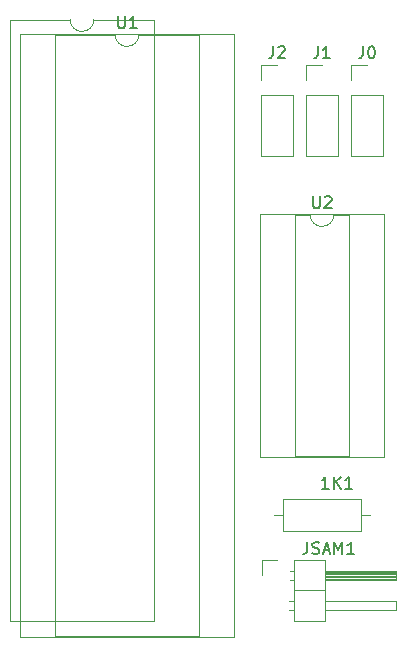
<source format=gbr>
%TF.GenerationSoftware,KiCad,Pcbnew,(5.1.9)-1*%
%TF.CreationDate,2022-09-27T04:16:08-04:00*%
%TF.ProjectId,Cocoloca,436f636f-6c6f-4636-912e-6b696361645f,rev?*%
%TF.SameCoordinates,Original*%
%TF.FileFunction,Legend,Top*%
%TF.FilePolarity,Positive*%
%FSLAX46Y46*%
G04 Gerber Fmt 4.6, Leading zero omitted, Abs format (unit mm)*
G04 Created by KiCad (PCBNEW (5.1.9)-1) date 2022-09-27 04:16:08*
%MOMM*%
%LPD*%
G01*
G04 APERTURE LIST*
%ADD10C,0.120000*%
%ADD11C,0.150000*%
G04 APERTURE END LIST*
D10*
%TO.C,U2*%
X152570000Y-95130000D02*
X142070000Y-95130000D01*
X152570000Y-115690000D02*
X152570000Y-95130000D01*
X142070000Y-115690000D02*
X152570000Y-115690000D01*
X142070000Y-95130000D02*
X142070000Y-115690000D01*
X149570000Y-95190000D02*
X148320000Y-95190000D01*
X149570000Y-115630000D02*
X149570000Y-95190000D01*
X145070000Y-115630000D02*
X149570000Y-115630000D01*
X145070000Y-95190000D02*
X145070000Y-115630000D01*
X146320000Y-95190000D02*
X145070000Y-95190000D01*
X148320000Y-95190000D02*
G75*
G02*
X146320000Y-95190000I-1000000J0D01*
G01*
%TO.C,COCOVDG1*%
X133060000Y-78680000D02*
X128000000Y-78680000D01*
X133060000Y-129600000D02*
X133060000Y-78680000D01*
X120940000Y-129600000D02*
X133060000Y-129600000D01*
X120940000Y-78680000D02*
X120940000Y-129600000D01*
X126000000Y-78680000D02*
X120940000Y-78680000D01*
X128000000Y-78680000D02*
G75*
G02*
X126000000Y-78680000I-1000000J0D01*
G01*
%TO.C,U1*%
X139870000Y-79890000D02*
X121750000Y-79890000D01*
X139870000Y-130930000D02*
X139870000Y-79890000D01*
X121750000Y-130930000D02*
X139870000Y-130930000D01*
X121750000Y-79890000D02*
X121750000Y-130930000D01*
X136870000Y-79950000D02*
X131810000Y-79950000D01*
X136870000Y-130870000D02*
X136870000Y-79950000D01*
X124750000Y-130870000D02*
X136870000Y-130870000D01*
X124750000Y-79950000D02*
X124750000Y-130870000D01*
X129810000Y-79950000D02*
X124750000Y-79950000D01*
X131810000Y-79950000D02*
G75*
G02*
X129810000Y-79950000I-1000000J0D01*
G01*
%TO.C,1K1*%
X151360000Y-120650000D02*
X150590000Y-120650000D01*
X143280000Y-120650000D02*
X144050000Y-120650000D01*
X150590000Y-119280000D02*
X144050000Y-119280000D01*
X150590000Y-122020000D02*
X150590000Y-119280000D01*
X144050000Y-122020000D02*
X150590000Y-122020000D01*
X144050000Y-119280000D02*
X144050000Y-122020000D01*
%TO.C,JSAM1*%
X142240000Y-124460000D02*
X143510000Y-124460000D01*
X142240000Y-125730000D02*
X142240000Y-124460000D01*
X144552929Y-128650000D02*
X144950000Y-128650000D01*
X144552929Y-127890000D02*
X144950000Y-127890000D01*
X153610000Y-128650000D02*
X147610000Y-128650000D01*
X153610000Y-127890000D02*
X153610000Y-128650000D01*
X147610000Y-127890000D02*
X153610000Y-127890000D01*
X144950000Y-127000000D02*
X147610000Y-127000000D01*
X144620000Y-126110000D02*
X144950000Y-126110000D01*
X144620000Y-125350000D02*
X144950000Y-125350000D01*
X147610000Y-126010000D02*
X153610000Y-126010000D01*
X147610000Y-125890000D02*
X153610000Y-125890000D01*
X147610000Y-125770000D02*
X153610000Y-125770000D01*
X147610000Y-125650000D02*
X153610000Y-125650000D01*
X147610000Y-125530000D02*
X153610000Y-125530000D01*
X147610000Y-125410000D02*
X153610000Y-125410000D01*
X153610000Y-126110000D02*
X147610000Y-126110000D01*
X153610000Y-125350000D02*
X153610000Y-126110000D01*
X147610000Y-125350000D02*
X153610000Y-125350000D01*
X147610000Y-124400000D02*
X144950000Y-124400000D01*
X147610000Y-129600000D02*
X147610000Y-124400000D01*
X144950000Y-129600000D02*
X147610000Y-129600000D01*
X144950000Y-124400000D02*
X144950000Y-129600000D01*
%TO.C,J2*%
X142180000Y-82490000D02*
X143510000Y-82490000D01*
X142180000Y-83820000D02*
X142180000Y-82490000D01*
X142180000Y-85090000D02*
X144840000Y-85090000D01*
X144840000Y-85090000D02*
X144840000Y-90230000D01*
X142180000Y-85090000D02*
X142180000Y-90230000D01*
X142180000Y-90230000D02*
X144840000Y-90230000D01*
%TO.C,J1*%
X145990000Y-82490000D02*
X147320000Y-82490000D01*
X145990000Y-83820000D02*
X145990000Y-82490000D01*
X145990000Y-85090000D02*
X148650000Y-85090000D01*
X148650000Y-85090000D02*
X148650000Y-90230000D01*
X145990000Y-85090000D02*
X145990000Y-90230000D01*
X145990000Y-90230000D02*
X148650000Y-90230000D01*
%TO.C,J0*%
X149800000Y-82490000D02*
X151130000Y-82490000D01*
X149800000Y-83820000D02*
X149800000Y-82490000D01*
X149800000Y-85090000D02*
X152460000Y-85090000D01*
X152460000Y-85090000D02*
X152460000Y-90230000D01*
X149800000Y-85090000D02*
X149800000Y-90230000D01*
X149800000Y-90230000D02*
X152460000Y-90230000D01*
%TO.C,U2*%
D11*
X146558095Y-93642380D02*
X146558095Y-94451904D01*
X146605714Y-94547142D01*
X146653333Y-94594761D01*
X146748571Y-94642380D01*
X146939047Y-94642380D01*
X147034285Y-94594761D01*
X147081904Y-94547142D01*
X147129523Y-94451904D01*
X147129523Y-93642380D01*
X147558095Y-93737619D02*
X147605714Y-93690000D01*
X147700952Y-93642380D01*
X147939047Y-93642380D01*
X148034285Y-93690000D01*
X148081904Y-93737619D01*
X148129523Y-93832857D01*
X148129523Y-93928095D01*
X148081904Y-94070952D01*
X147510476Y-94642380D01*
X148129523Y-94642380D01*
%TO.C,U1*%
X130048095Y-78402380D02*
X130048095Y-79211904D01*
X130095714Y-79307142D01*
X130143333Y-79354761D01*
X130238571Y-79402380D01*
X130429047Y-79402380D01*
X130524285Y-79354761D01*
X130571904Y-79307142D01*
X130619523Y-79211904D01*
X130619523Y-78402380D01*
X131619523Y-79402380D02*
X131048095Y-79402380D01*
X131333809Y-79402380D02*
X131333809Y-78402380D01*
X131238571Y-78545238D01*
X131143333Y-78640476D01*
X131048095Y-78688095D01*
%TO.C,1K1*%
X147899523Y-118382380D02*
X147328095Y-118382380D01*
X147613809Y-118382380D02*
X147613809Y-117382380D01*
X147518571Y-117525238D01*
X147423333Y-117620476D01*
X147328095Y-117668095D01*
X148328095Y-118382380D02*
X148328095Y-117382380D01*
X148899523Y-118382380D02*
X148470952Y-117810952D01*
X148899523Y-117382380D02*
X148328095Y-117953809D01*
X149851904Y-118382380D02*
X149280476Y-118382380D01*
X149566190Y-118382380D02*
X149566190Y-117382380D01*
X149470952Y-117525238D01*
X149375714Y-117620476D01*
X149280476Y-117668095D01*
%TO.C,JSAM1*%
X146085476Y-122912380D02*
X146085476Y-123626666D01*
X146037857Y-123769523D01*
X145942619Y-123864761D01*
X145799761Y-123912380D01*
X145704523Y-123912380D01*
X146514047Y-123864761D02*
X146656904Y-123912380D01*
X146895000Y-123912380D01*
X146990238Y-123864761D01*
X147037857Y-123817142D01*
X147085476Y-123721904D01*
X147085476Y-123626666D01*
X147037857Y-123531428D01*
X146990238Y-123483809D01*
X146895000Y-123436190D01*
X146704523Y-123388571D01*
X146609285Y-123340952D01*
X146561666Y-123293333D01*
X146514047Y-123198095D01*
X146514047Y-123102857D01*
X146561666Y-123007619D01*
X146609285Y-122960000D01*
X146704523Y-122912380D01*
X146942619Y-122912380D01*
X147085476Y-122960000D01*
X147466428Y-123626666D02*
X147942619Y-123626666D01*
X147371190Y-123912380D02*
X147704523Y-122912380D01*
X148037857Y-123912380D01*
X148371190Y-123912380D02*
X148371190Y-122912380D01*
X148704523Y-123626666D01*
X149037857Y-122912380D01*
X149037857Y-123912380D01*
X150037857Y-123912380D02*
X149466428Y-123912380D01*
X149752142Y-123912380D02*
X149752142Y-122912380D01*
X149656904Y-123055238D01*
X149561666Y-123150476D01*
X149466428Y-123198095D01*
%TO.C,J2*%
X143176666Y-80942380D02*
X143176666Y-81656666D01*
X143129047Y-81799523D01*
X143033809Y-81894761D01*
X142890952Y-81942380D01*
X142795714Y-81942380D01*
X143605238Y-81037619D02*
X143652857Y-80990000D01*
X143748095Y-80942380D01*
X143986190Y-80942380D01*
X144081428Y-80990000D01*
X144129047Y-81037619D01*
X144176666Y-81132857D01*
X144176666Y-81228095D01*
X144129047Y-81370952D01*
X143557619Y-81942380D01*
X144176666Y-81942380D01*
%TO.C,J1*%
X146986666Y-80942380D02*
X146986666Y-81656666D01*
X146939047Y-81799523D01*
X146843809Y-81894761D01*
X146700952Y-81942380D01*
X146605714Y-81942380D01*
X147986666Y-81942380D02*
X147415238Y-81942380D01*
X147700952Y-81942380D02*
X147700952Y-80942380D01*
X147605714Y-81085238D01*
X147510476Y-81180476D01*
X147415238Y-81228095D01*
%TO.C,J0*%
X150796666Y-80942380D02*
X150796666Y-81656666D01*
X150749047Y-81799523D01*
X150653809Y-81894761D01*
X150510952Y-81942380D01*
X150415714Y-81942380D01*
X151463333Y-80942380D02*
X151558571Y-80942380D01*
X151653809Y-80990000D01*
X151701428Y-81037619D01*
X151749047Y-81132857D01*
X151796666Y-81323333D01*
X151796666Y-81561428D01*
X151749047Y-81751904D01*
X151701428Y-81847142D01*
X151653809Y-81894761D01*
X151558571Y-81942380D01*
X151463333Y-81942380D01*
X151368095Y-81894761D01*
X151320476Y-81847142D01*
X151272857Y-81751904D01*
X151225238Y-81561428D01*
X151225238Y-81323333D01*
X151272857Y-81132857D01*
X151320476Y-81037619D01*
X151368095Y-80990000D01*
X151463333Y-80942380D01*
%TD*%
M02*

</source>
